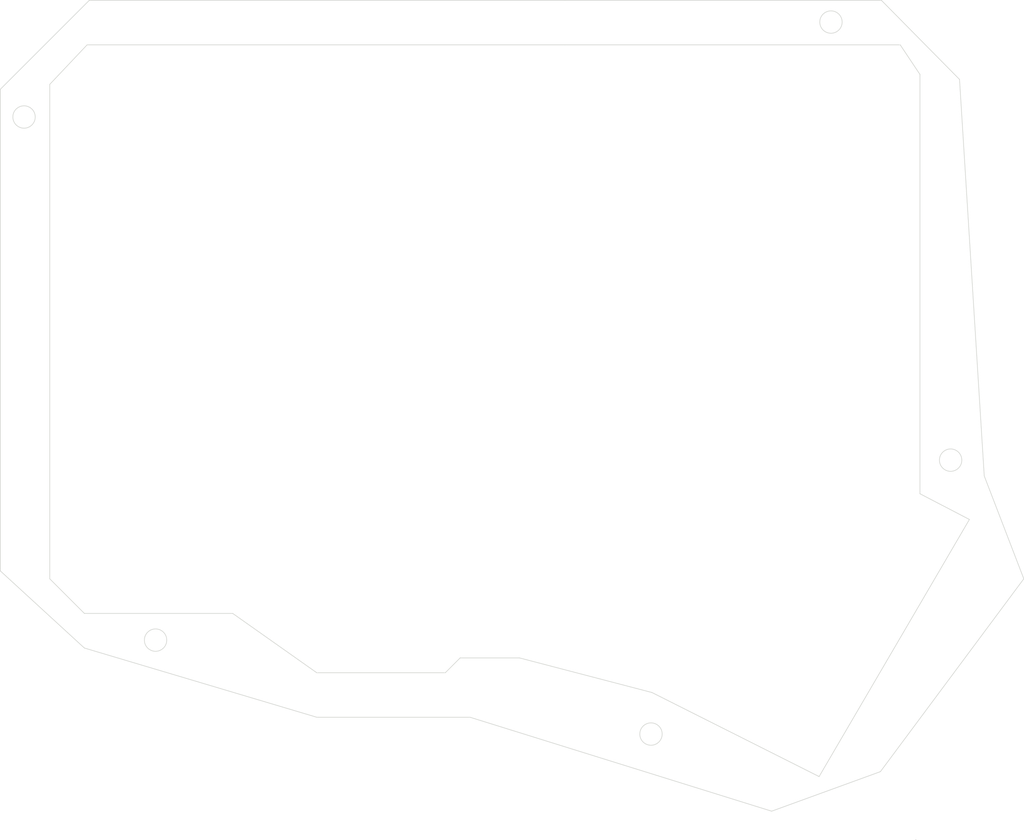
<source format=kicad_pcb>
(kicad_pcb (version 20171130) (host pcbnew "(5.1.2)-2")

  (general
    (thickness 1.6)
    (drawings 35)
    (tracks 0)
    (zones 0)
    (modules 0)
    (nets 1)
  )

  (page A4)
  (title_block
    (title "Redox keyboard PCB")
    (date 2018-05-05)
    (rev 1.0)
    (comment 1 "designed by Mattia Dal Ben (aka u/TiaMaT102)")
    (comment 2 https://github.com/mattdibi/redox-keyboard)
  )

  (layers
    (0 F.Cu signal)
    (31 B.Cu signal hide)
    (32 B.Adhes user hide)
    (33 F.Adhes user hide)
    (34 B.Paste user hide)
    (35 F.Paste user hide)
    (36 B.SilkS user hide)
    (37 F.SilkS user hide)
    (38 B.Mask user hide)
    (39 F.Mask user hide)
    (40 Dwgs.User user hide)
    (41 Cmts.User user hide)
    (42 Eco1.User user hide)
    (43 Eco2.User user hide)
    (44 Edge.Cuts user)
    (45 Margin user hide)
    (46 B.CrtYd user hide)
    (47 F.CrtYd user hide)
    (48 B.Fab user hide)
    (49 F.Fab user hide)
  )

  (setup
    (last_trace_width 0.25)
    (trace_clearance 0.2)
    (zone_clearance 0.508)
    (zone_45_only no)
    (trace_min 0.2)
    (via_size 0.6)
    (via_drill 0.4)
    (via_min_size 0.4)
    (via_min_drill 0.3)
    (uvia_size 0.3)
    (uvia_drill 0.1)
    (uvias_allowed no)
    (uvia_min_size 0.2)
    (uvia_min_drill 0.1)
    (edge_width 0.1)
    (segment_width 0.2)
    (pcb_text_width 0.3)
    (pcb_text_size 1.5 1.5)
    (mod_edge_width 0.15)
    (mod_text_size 1 1)
    (mod_text_width 0.15)
    (pad_size 1.5 1.5)
    (pad_drill 0.6)
    (pad_to_mask_clearance 0)
    (aux_axis_origin 0 0)
    (visible_elements 7FFFFFFF)
    (pcbplotparams
      (layerselection 0x010fc_ffffffff)
      (usegerberextensions true)
      (usegerberattributes false)
      (usegerberadvancedattributes false)
      (creategerberjobfile false)
      (excludeedgelayer true)
      (linewidth 0.100000)
      (plotframeref false)
      (viasonmask false)
      (mode 1)
      (useauxorigin false)
      (hpglpennumber 1)
      (hpglpenspeed 20)
      (hpglpendiameter 15.000000)
      (psnegative false)
      (psa4output false)
      (plotreference true)
      (plotvalue true)
      (plotinvisibletext false)
      (padsonsilk false)
      (subtractmaskfromsilk false)
      (outputformat 1)
      (mirror false)
      (drillshape 0)
      (scaleselection 1)
      (outputdirectory "gerber_files/"))
  )

  (net 0 "")

  (net_class Default "Questo è il gruppo di collegamenti predefinito"
    (clearance 0.2)
    (trace_width 0.25)
    (via_dia 0.6)
    (via_drill 0.4)
    (uvia_dia 0.3)
    (uvia_drill 0.1)
  )

  (gr_line (start 84.582 47.625) (end 161.29 47.625) (layer Edge.Cuts) (width 0.1) (tstamp 5DBCDE85))
  (gr_line (start 144.4625 146.05) (end 153.9875 146.05) (layer Edge.Cuts) (width 0.1) (tstamp 5DBC5386))
  (gr_line (start 142.08125 148.43125) (end 144.4625 146.05) (layer Edge.Cuts) (width 0.1))
  (gr_circle (center 203.99375 43.97375) (end 205.26375 45.24375) (layer Edge.Cuts) (width 0.1) (tstamp 5DB50B84))
  (gr_circle (center 74.45375 59.21375) (end 75.72375 60.48375) (layer Edge.Cuts) (width 0.1) (tstamp 5DB50B83))
  (gr_circle (center 95.5675 143.1925) (end 96.8375 144.4625) (layer Edge.Cuts) (width 0.1) (tstamp 5DB50B82))
  (gr_circle (center 175.10125 158.27375) (end 176.37125 159.54375) (layer Edge.Cuts) (width 0.1) (tstamp 5DB50B81))
  (gr_circle (center 223.2025 114.3) (end 224.4725 115.57) (layer Edge.Cuts) (width 0.1) (tstamp 5DB50B80))
  (gr_line (start 78.58125 53.975) (end 84.582 47.625) (layer Edge.Cuts) (width 0.1))
  (gr_line (start 78.58125 133.35) (end 78.58125 53.975) (layer Edge.Cuts) (width 0.1))
  (gr_line (start 84.1375 138.90625) (end 78.58125 133.35) (layer Edge.Cuts) (width 0.1))
  (gr_line (start 107.95 138.90625) (end 84.1375 138.90625) (layer Edge.Cuts) (width 0.1))
  (gr_line (start 121.44375 148.43125) (end 107.95 138.90625) (layer Edge.Cuts) (width 0.1))
  (gr_line (start 142.08125 148.43125) (end 121.44375 148.43125) (layer Edge.Cuts) (width 0.1))
  (gr_line (start 175.26 151.60625) (end 153.9875 146.05) (layer Edge.Cuts) (width 0.1))
  (gr_line (start 202.08875 165.1) (end 175.26 151.60625) (layer Edge.Cuts) (width 0.1))
  (gr_line (start 226.21875 123.825) (end 202.08875 165.1) (layer Edge.Cuts) (width 0.1))
  (gr_line (start 218.28125 119.6975) (end 226.21875 123.825) (layer Edge.Cuts) (width 0.1))
  (gr_line (start 218.28125 52.3875) (end 218.28125 119.6975) (layer Edge.Cuts) (width 0.1))
  (gr_line (start 215.10625 47.625) (end 218.28125 52.3875) (layer Edge.Cuts) (width 0.1))
  (gr_line (start 215.10625 47.625) (end 161.29 47.625) (angle 90) (layer Edge.Cuts) (width 0.1) (tstamp 5DB47918))
  (gr_line (start 70.64375 54.76875) (end 70.64375 132.08) (layer Edge.Cuts) (width 0.1))
  (gr_line (start 70.64375 54.76875) (end 84.93125 40.48125) (layer Edge.Cuts) (width 0.1) (tstamp 5DB46CBB))
  (gr_line (start 84.1375 144.4625) (end 70.64375 132.08) (layer Edge.Cuts) (width 0.1))
  (gr_line (start 121.44375 155.575) (end 84.1375 144.4625) (layer Edge.Cuts) (width 0.1))
  (gr_line (start 146.05 155.575) (end 121.44375 155.575) (layer Edge.Cuts) (width 0.1))
  (gr_line (start 194.46875 170.65625) (end 146.05 155.575) (layer Edge.Cuts) (width 0.1))
  (gr_line (start 211.93125 164.30625) (end 194.46875 170.65625) (layer Edge.Cuts) (width 0.1))
  (gr_line (start 234.95 133.35) (end 211.93125 164.30625) (layer Edge.Cuts) (width 0.1))
  (gr_line (start 228.6 116.84) (end 234.95 133.35) (layer Edge.Cuts) (width 0.1))
  (gr_line (start 224.63125 53.18125) (end 228.6 116.84) (layer Edge.Cuts) (width 0.1))
  (gr_line (start 212.09 40.48125) (end 224.63125 53.18125) (layer Edge.Cuts) (width 0.1))
  (gr_line (start 161.29 40.48125) (end 212.09 40.48125) (layer Edge.Cuts) (width 0.1))
  (gr_line (start 84.93125 40.48125) (end 161.29 40.48125) (layer Edge.Cuts) (width 0.1))
  (gr_line (start 217.551 175.26) (end 217.678 175.26) (angle 90) (layer Edge.Cuts) (width 0.1))

)

</source>
